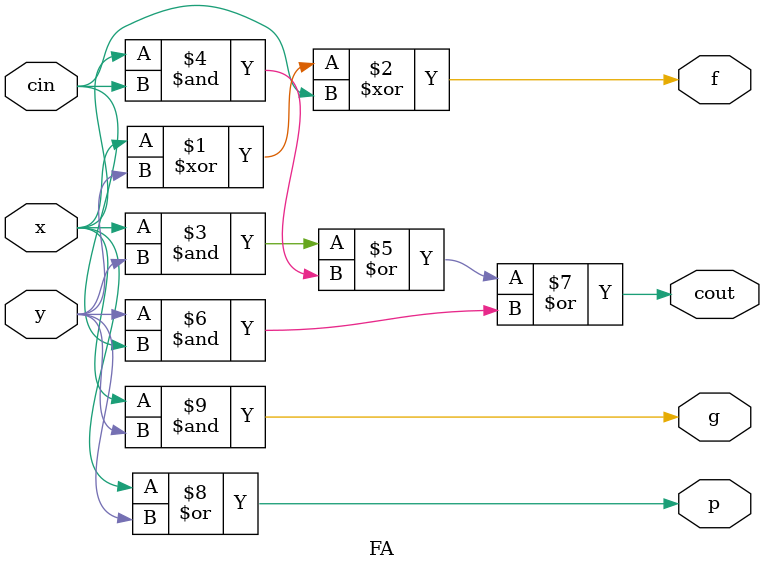
<source format=v>
`timescale 1ns / 1ps


module FA(
    input x, y, cin,
    output f, cout, p, g
    );
    assign f = x ^ y ^ cin;
    assign cout = (x & y) | (x & cin) | (y & cin);
    assign p = x | y;
    assign g = x & y;
endmodule

</source>
